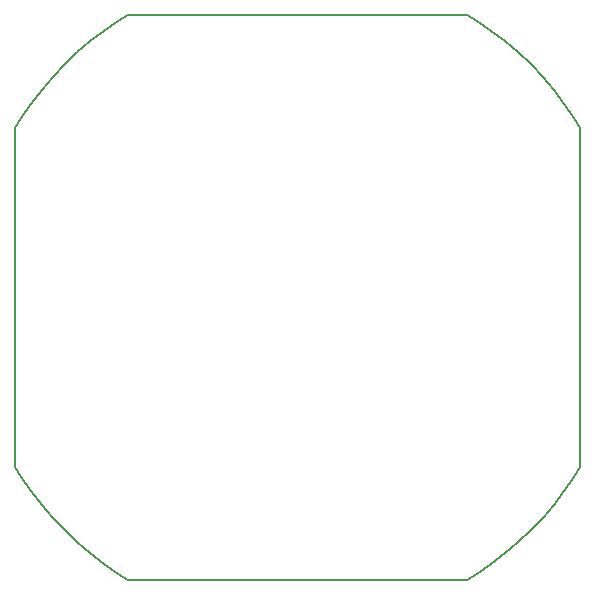
<source format=gbr>
G04 #@! TF.GenerationSoftware,KiCad,Pcbnew,5.1.12*
G04 #@! TF.CreationDate,2022-08-14T20:08:33+02:00*
G04 #@! TF.ProjectId,hec-base,6865632d-6261-4736-952e-6b696361645f,0001*
G04 #@! TF.SameCoordinates,PX4cec620PY8f8c0c0*
G04 #@! TF.FileFunction,Profile,NP*
%FSLAX46Y46*%
G04 Gerber Fmt 4.6, Leading zero omitted, Abs format (unit mm)*
G04 Created by KiCad (PCBNEW 5.1.12) date 2022-08-14 20:08:33*
%MOMM*%
%LPD*%
G01*
G04 APERTURE LIST*
G04 #@! TA.AperFunction,Profile*
%ADD10C,0.200000*%
G04 #@! TD*
G04 APERTURE END LIST*
D10*
X47811560Y9541500D02*
X47811560Y38296900D01*
X47310460Y39114620D02*
X46483160Y40318400D01*
X9533860Y19200D02*
X38289260Y19200D01*
X512665Y8723800D02*
X1340000Y7520000D01*
X40310760Y46490760D02*
X39106960Y47318095D01*
X47310460Y8723800D02*
X47811560Y9541500D01*
X47811560Y38296900D02*
X47310460Y39114620D01*
X2229200Y41477230D02*
X1340000Y40318400D01*
X512665Y39114620D02*
X11566Y38296900D01*
X3177830Y42587930D02*
X2229200Y41477230D01*
X8716140Y520300D02*
X9533860Y19200D01*
X7512360Y46490760D02*
X6353530Y45601560D01*
X42580260Y44652930D02*
X41469560Y45601560D01*
X5242830Y3185500D02*
X6353530Y2236800D01*
X46483160Y40318400D02*
X45593960Y41477230D01*
X2229200Y6361200D02*
X3177830Y5250500D01*
X40310760Y1347600D02*
X41469560Y2236800D01*
X6353530Y45601560D02*
X5242830Y44652930D01*
X41469560Y45601560D02*
X40310760Y46490760D01*
X38289260Y19200D02*
X39106960Y520300D01*
X7512360Y1347600D02*
X8716140Y520300D01*
X45593960Y41477230D02*
X44645260Y42587930D01*
X46483160Y7520000D02*
X47310460Y8723800D01*
X3177830Y5250500D02*
X4183290Y4190900D01*
X1340000Y40318400D02*
X512665Y39114620D01*
X4183290Y43647470D02*
X3177830Y42587930D01*
X44645260Y42587930D02*
X43639860Y43647470D01*
X39106960Y520300D02*
X40310760Y1347600D01*
X44645260Y5250500D02*
X45593960Y6361200D01*
X41469560Y2236800D02*
X42580260Y3185500D01*
X4183290Y4190900D02*
X5242830Y3185500D01*
X8716140Y47318095D02*
X7512360Y46490760D01*
X43639860Y4190900D02*
X44645260Y5250500D01*
X42580260Y3185500D02*
X43639860Y4190900D01*
X11566Y9541500D02*
X512665Y8723800D01*
X43639860Y43647470D02*
X42580260Y44652930D01*
X45593960Y6361200D02*
X46483160Y7520000D01*
X5242830Y44652930D02*
X4183290Y43647470D01*
X39106960Y47318095D02*
X38289260Y47819194D01*
X6353530Y2236800D02*
X7512360Y1347600D01*
X38289260Y47819194D02*
X9533860Y47819194D01*
X11566Y38296900D02*
X11566Y9541500D01*
X9533860Y47819194D02*
X8716140Y47318095D01*
X1340000Y7520000D02*
X2229200Y6361200D01*
M02*

</source>
